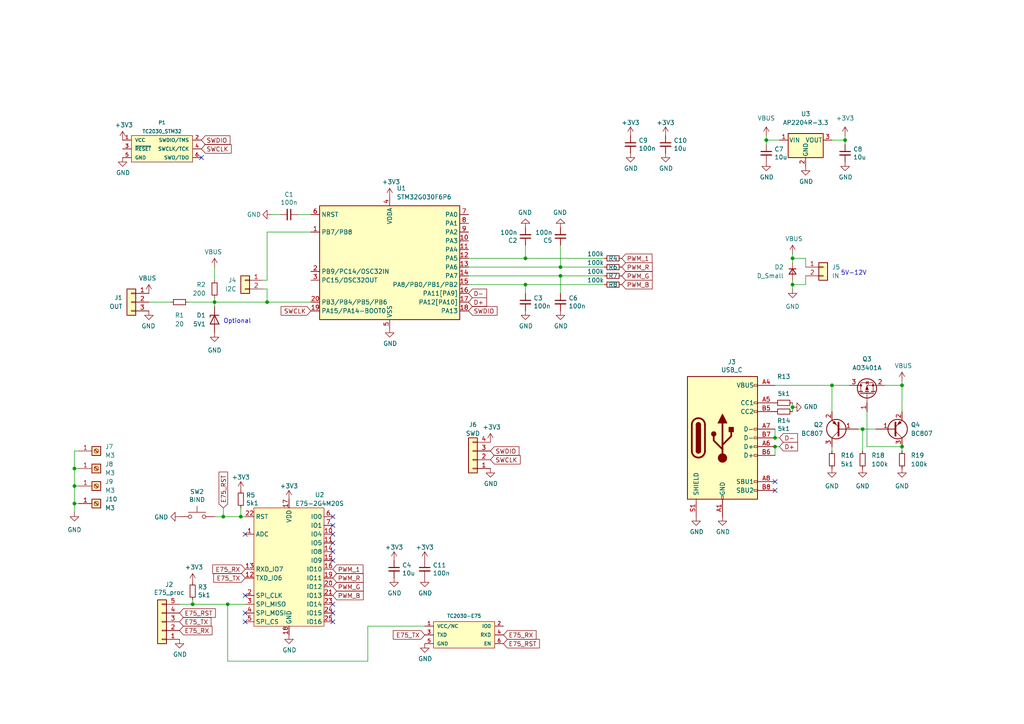
<source format=kicad_sch>
(kicad_sch (version 20211123) (generator eeschema)
  (paper "A4")
  (title_block (title "Philphoc luma") (date "2022-03-24") (rev "v1.0.0") (company "Jana Marie Hemsing"))
  (lib_symbols
    (symbol "Connector:Screw_Terminal_01x01" (pin_names (offset 1.016) hide)
      (property "Reference" "J" (at 0 2.54 0))
      (property "Value" "Screw_Terminal_01x01" (at 0 -2.54 0))
      (symbol "Screw_Terminal_01x01_1_1"
        (rectangle (start -1.27 1.27) (end 1.27 -1.27) (stroke (width 0.254)) (fill (type background)))
        (polyline (pts (xy -0.5334 0.3302) (xy 0.3302 -0.508)) (stroke (width 0.1524)))
        (polyline (pts (xy -0.3556 0.508) (xy 0.508 -0.3302)) (stroke (width 0.1524)))
        (circle (center 0 0) (radius 0.635) (stroke (width 0.1524)))
        (pin passive line (at -5.08 0 0) (length 3.81) (name "Pin_1") (number "1"))
      )
    )
    (symbol "Connector:USB_C_Receptacle_USB2.0" (pin_names (offset 1.016))
      (property "Reference" "J" (at -10.16 19.05 0))
      (property "Value" "USB_C_Receptacle_USB2.0" (at 19.05 19.05 0))
      (symbol "USB_C_Receptacle_USB2.0_0_0"
        (rectangle (start -0.254 -17.78) (end 0.254 -16.764))
        (rectangle (start 10.16 -14.986) (end 9.144 -15.494))
        (rectangle (start 10.16 -12.446) (end 9.144 -12.954))
        (rectangle (start 10.16 -4.826) (end 9.144 -5.334))
        (rectangle (start 10.16 -2.286) (end 9.144 -2.794))
        (rectangle (start 10.16 0.254) (end 9.144 -0.254))
        (rectangle (start 10.16 2.794) (end 9.144 2.286))
        (rectangle (start 10.16 7.874) (end 9.144 7.366))
        (rectangle (start 10.16 10.414) (end 9.144 9.906))
        (rectangle (start 10.16 15.494) (end 9.144 14.986))
      )
      (symbol "USB_C_Receptacle_USB2.0_0_1"
        (rectangle (start -10.16 17.78) (end 10.16 -17.78) (stroke (width 0.254)) (fill (type background)))
        (arc (start -8.89 -3.81) (mid -6.985 -5.715) (end -5.08 -3.81) (stroke (width 0.508)))
        (arc (start -7.62 -3.81) (mid -6.985 -4.445) (end -6.35 -3.81) (stroke (width 0.254)))
        (arc (start -7.62 -3.81) (mid -6.985 -4.445) (end -6.35 -3.81) (stroke (width 0.254)) (fill (type outline)))
        (rectangle (start -7.62 -3.81) (end -6.35 3.81) (stroke (width 0.254)) (fill (type outline)))
        (arc (start -6.35 3.81) (mid -6.985 4.445) (end -7.62 3.81) (stroke (width 0.254)))
        (arc (start -6.35 3.81) (mid -6.985 4.445) (end -7.62 3.81) (stroke (width 0.254)) (fill (type outline)))
        (arc (start -5.08 3.81) (mid -6.985 5.715) (end -8.89 3.81) (stroke (width 0.508)))
        (circle (center -2.54 1.143) (radius 0.635) (stroke (width 0.254)) (fill (type outline)))
        (circle (center 0 -5.842) (radius 1.27) (fill (type outline)))
        (polyline (pts (xy -8.89 -3.81) (xy -8.89 3.81)) (stroke (width 0.508)))
        (polyline (pts (xy -5.08 3.81) (xy -5.08 -3.81)) (stroke (width 0.508)))
        (polyline (pts (xy 0 -5.842) (xy 0 4.318)) (stroke (width 0.508)))
        (polyline (pts (xy 0 -3.302) (xy -2.54 -0.762) (xy -2.54 0.508)) (stroke (width 0.508)))
        (polyline (pts (xy 0 -2.032) (xy 2.54 0.508) (xy 2.54 1.778)) (stroke (width 0.508)))
        (polyline (pts (xy -1.27 4.318) (xy 0 6.858) (xy 1.27 4.318) (xy -1.27 4.318)) (stroke (width 0.254)) (fill (type outline)))
        (rectangle (start 1.905 1.778) (end 3.175 3.048) (stroke (width 0.254)) (fill (type outline)))
      )
      (symbol "USB_C_Receptacle_USB2.0_1_1"
        (pin power_in line (at 0 -22.86 90) (length 5.08) (name "GND") (number "A1"))
        (pin passive line (at 0 -22.86 90) (length 5.08) hide (name "GND") (number "A12"))
        (pin power_in line (at 15.24 15.24 180) (length 5.08) (name "VBUS") (number "A4"))
        (pin bidirectional line (at 15.24 10.16 180) (length 5.08) (name "CC1") (number "A5"))
        (pin bidirectional line (at 15.24 -2.54 180) (length 5.08) (name "D+") (number "A6"))
        (pin bidirectional line (at 15.24 2.54 180) (length 5.08) (name "D-") (number "A7"))
        (pin bidirectional line (at 15.24 -12.7 180) (length 5.08) (name "SBU1") (number "A8"))
        (pin passive line (at 15.24 15.24 180) (length 5.08) hide (name "VBUS") (number "A9"))
        (pin passive line (at 0 -22.86 90) (length 5.08) hide (name "GND") (number "B1"))
        (pin passive line (at 0 -22.86 90) (length 5.08) hide (name "GND") (number "B12"))
        (pin passive line (at 15.24 15.24 180) (length 5.08) hide (name "VBUS") (number "B4"))
        (pin bidirectional line (at 15.24 7.62 180) (length 5.08) (name "CC2") (number "B5"))
        (pin bidirectional line (at 15.24 -5.08 180) (length 5.08) (name "D+") (number "B6"))
        (pin bidirectional line (at 15.24 0 180) (length 5.08) (name "D-") (number "B7"))
        (pin bidirectional line (at 15.24 -15.24 180) (length 5.08) (name "SBU2") (number "B8"))
        (pin passive line (at 15.24 15.24 180) (length 5.08) hide (name "VBUS") (number "B9"))
        (pin passive line (at -7.62 -22.86 90) (length 5.08) (name "SHIELD") (number "S1"))
      )
    )
    (symbol "Connector_Generic:Conn_01x02" (pin_names (offset 1.016) hide)
      (property "Reference" "J" (at 0 2.54 0))
      (property "Value" "Conn_01x02" (at 0 -5.08 0))
      (symbol "Conn_01x02_1_1"
        (rectangle (start -1.27 -2.413) (end 0 -2.667) (stroke (width 0.1524)))
        (rectangle (start -1.27 0.127) (end 0 -0.127) (stroke (width 0.1524)))
        (rectangle (start -1.27 1.27) (end 1.27 -3.81) (stroke (width 0.254)) (fill (type background)))
        (pin passive line (at -5.08 0 0) (length 3.81) (name "Pin_1") (number "1"))
        (pin passive line (at -5.08 -2.54 0) (length 3.81) (name "Pin_2") (number "2"))
      )
    )
    (symbol "Connector_Generic:Conn_01x03" (pin_names (offset 1.016) hide)
      (property "Reference" "J" (at 0 5.08 0))
      (property "Value" "Conn_01x03" (at 0 -5.08 0))
      (symbol "Conn_01x03_1_1"
        (rectangle (start -1.27 -2.413) (end 0 -2.667) (stroke (width 0.1524)))
        (rectangle (start -1.27 0.127) (end 0 -0.127) (stroke (width 0.1524)))
        (rectangle (start -1.27 2.667) (end 0 2.413) (stroke (width 0.1524)))
        (rectangle (start -1.27 3.81) (end 1.27 -3.81) (stroke (width 0.254)) (fill (type background)))
        (pin passive line (at -5.08 2.54 0) (length 3.81) (name "Pin_1") (number "1"))
        (pin passive line (at -5.08 0 0) (length 3.81) (name "Pin_2") (number "2"))
        (pin passive line (at -5.08 -2.54 0) (length 3.81) (name "Pin_3") (number "3"))
      )
    )
    (symbol "Connector_Generic:Conn_01x04" (pin_names (offset 1.016) hide)
      (property "Reference" "J" (at 0 5.08 0))
      (property "Value" "Conn_01x04" (at 0 -7.62 0))
      (symbol "Conn_01x04_1_1"
        (rectangle (start -1.27 -4.953) (end 0 -5.207) (stroke (width 0.1524)))
        (rectangle (start -1.27 -2.413) (end 0 -2.667) (stroke (width 0.1524)))
        (rectangle (start -1.27 0.127) (end 0 -0.127) (stroke (width 0.1524)))
        (rectangle (start -1.27 2.667) (end 0 2.413) (stroke (width 0.1524)))
        (rectangle (start -1.27 3.81) (end 1.27 -6.35) (stroke (width 0.254)) (fill (type background)))
        (pin passive line (at -5.08 2.54 0) (length 3.81) (name "Pin_1") (number "1"))
        (pin passive line (at -5.08 0 0) (length 3.81) (name "Pin_2") (number "2"))
        (pin passive line (at -5.08 -2.54 0) (length 3.81) (name "Pin_3") (number "3"))
        (pin passive line (at -5.08 -5.08 0) (length 3.81) (name "Pin_4") (number "4"))
      )
    )
    (symbol "Connector_Generic:Conn_01x05" (pin_names (offset 1.016) hide)
      (property "Reference" "J" (at 0 7.62 0))
      (property "Value" "Conn_01x05" (at 0 -7.62 0))
      (symbol "Conn_01x05_1_1"
        (rectangle (start -1.27 -4.953) (end 0 -5.207) (stroke (width 0.1524)))
        (rectangle (start -1.27 -2.413) (end 0 -2.667) (stroke (width 0.1524)))
        (rectangle (start -1.27 0.127) (end 0 -0.127) (stroke (width 0.1524)))
        (rectangle (start -1.27 2.667) (end 0 2.413) (stroke (width 0.1524)))
        (rectangle (start -1.27 5.207) (end 0 4.953) (stroke (width 0.1524)))
        (rectangle (start -1.27 6.35) (end 1.27 -6.35) (stroke (width 0.254)) (fill (type background)))
        (pin passive line (at -5.08 5.08 0) (length 3.81) (name "Pin_1") (number "1"))
        (pin passive line (at -5.08 2.54 0) (length 3.81) (name "Pin_2") (number "2"))
        (pin passive line (at -5.08 0 0) (length 3.81) (name "Pin_3") (number "3"))
        (pin passive line (at -5.08 -2.54 0) (length 3.81) (name "Pin_4") (number "4"))
        (pin passive line (at -5.08 -5.08 0) (length 3.81) (name "Pin_5") (number "5"))
      )
    )
    (symbol "Device:C_Small" (pin_numbers hide) (pin_names (offset 0.254) hide)
      (property "Reference" "C" (at 0.254 1.778 0))
      (property "Value" "C_Small" (at 0.254 -2.032 0))
      (symbol "C_Small_0_1"
        (polyline (pts (xy -1.524 -0.508) (xy 1.524 -0.508)) (stroke (width 0.3302)))
        (polyline (pts (xy -1.524 0.508) (xy 1.524 0.508)) (stroke (width 0.3048)))
      )
      (symbol "C_Small_1_1"
        (pin passive line (at 0 2.54 270) (length 2.032) (name "~") (number "1"))
        (pin passive line (at 0 -2.54 90) (length 2.032) (name "~") (number "2"))
      )
    )
    (symbol "Device:D_Small" (pin_numbers hide) (pin_names (offset 0.254) hide)
      (property "Reference" "D" (at -1.27 2.032 0))
      (property "Value" "D_Small" (at -3.81 -2.032 0))
      (symbol "D_Small_0_1"
        (polyline (pts (xy -0.762 -1.016) (xy -0.762 1.016)) (stroke (width 0.254)))
        (polyline (pts (xy -0.762 0) (xy 0.762 0)))
        (polyline (pts (xy 0.762 -1.016) (xy -0.762 0) (xy 0.762 1.016) (xy 0.762 -1.016)) (stroke (width 0.254)))
      )
      (symbol "D_Small_1_1"
        (pin passive line (at -2.54 0 0) (length 1.778) (name "K") (number "1"))
        (pin passive line (at 2.54 0 180) (length 1.778) (name "A") (number "2"))
      )
    )
    (symbol "Device:D_Zener" (pin_numbers hide) (pin_names (offset 1.016) hide)
      (property "Reference" "D" (at 0 2.54 0))
      (property "Value" "D_Zener" (at 0 -2.54 0))
      (symbol "D_Zener_0_1"
        (polyline (pts (xy 1.27 0) (xy -1.27 0)))
        (polyline (pts (xy -1.27 -1.27) (xy -1.27 1.27) (xy -0.762 1.27)) (stroke (width 0.254)))
        (polyline (pts (xy 1.27 -1.27) (xy 1.27 1.27) (xy -1.27 0) (xy 1.27 -1.27)) (stroke (width 0.254)))
      )
      (symbol "D_Zener_1_1"
        (pin passive line (at -3.81 0 0) (length 2.54) (name "K") (number "1"))
        (pin passive line (at 3.81 0 180) (length 2.54) (name "A") (number "2"))
      )
    )
    (symbol "Device:R_Small" (pin_numbers hide) (pin_names (offset 0.254) hide)
      (property "Reference" "R" (at 0.762 0.508 0))
      (property "Value" "R_Small" (at 0.762 -1.016 0))
      (symbol "R_Small_0_1"
        (rectangle (start -0.762 1.778) (end 0.762 -1.778) (stroke (width 0.2032)))
      )
      (symbol "R_Small_1_1"
        (pin passive line (at 0 2.54 270) (length 0.762) (name "~") (number "1"))
        (pin passive line (at 0 -2.54 90) (length 0.762) (name "~") (number "2"))
      )
    )
    (symbol "Regulator_Linear:AP2204R-3.3" (pin_names (offset 0.254))
      (property "Reference" "U" (at -5.08 3.175 0))
      (property "Value" "AP2204R-3.3" (at 0 3.175 0))
      (symbol "AP2204R-3.3_0_1"
        (rectangle (start -5.08 1.905) (end 5.08 -5.08) (stroke (width 0.254)) (fill (type background)))
      )
      (symbol "AP2204R-3.3_1_1"
        (pin power_in line (at -7.62 0 0) (length 2.54) (name "VIN") (number "1"))
        (pin power_in line (at 0 -7.62 90) (length 2.54) (name "GND") (number "2"))
        (pin power_out line (at 7.62 0 180) (length 2.54) (name "VOUT") (number "3"))
      )
    )
    (symbol "Switch:SW_Push" (pin_numbers hide) (pin_names (offset 1.016) hide)
      (property "Reference" "SW" (at 1.27 2.54 0))
      (property "Value" "SW_Push" (at 0 -1.524 0))
      (symbol "SW_Push_0_1"
        (circle (center -2.032 0) (radius 0.508))
        (polyline (pts (xy 0 1.27) (xy 0 3.048)))
        (polyline (pts (xy 2.54 1.27) (xy -2.54 1.27)))
        (circle (center 2.032 0) (radius 0.508))
        (pin passive line (at -5.08 0 0) (length 2.54) (name "1") (number "1"))
        (pin passive line (at 5.08 0 180) (length 2.54) (name "2") (number "2"))
      )
    )
    (symbol "Transistor_BJT:BC807" (pin_names (offset 0) hide)
      (property "Reference" "Q" (at 5.08 1.905 0))
      (property "Value" "BC807" (at 5.08 0 0))
      (symbol "BC807_0_1"
        (polyline (pts (xy 0.635 0.635) (xy 2.54 2.54)))
        (polyline (pts (xy 0.635 -0.635) (xy 2.54 -2.54) (xy 2.54 -2.54)))
        (polyline (pts (xy 0.635 1.905) (xy 0.635 -1.905) (xy 0.635 -1.905)) (stroke (width 0.508)))
        (polyline (pts (xy 2.286 -1.778) (xy 1.778 -2.286) (xy 1.27 -1.27) (xy 2.286 -1.778) (xy 2.286 -1.778)) (fill (type outline)))
        (circle (center 1.27 0) (radius 2.8194) (stroke (width 0.254)))
      )
      (symbol "BC807_1_1"
        (pin input line (at -5.08 0 0) (length 5.715) (name "B") (number "1"))
        (pin passive line (at 2.54 -5.08 90) (length 2.54) (name "E") (number "2"))
        (pin passive line (at 2.54 5.08 270) (length 2.54) (name "C") (number "3"))
      )
    )
    (symbol "Transistor_FET:AO3401A" (pin_names hide)
      (property "Reference" "Q" (at 5.08 1.905 0))
      (property "Value" "AO3401A" (at 5.08 0 0))
      (symbol "AO3401A_0_1"
        (polyline (pts (xy 0.254 0) (xy -2.54 0)))
        (polyline (pts (xy 0.254 1.905) (xy 0.254 -1.905)) (stroke (width 0.254)))
        (polyline (pts (xy 0.762 -1.27) (xy 0.762 -2.286)) (stroke (width 0.254)))
        (polyline (pts (xy 0.762 0.508) (xy 0.762 -0.508)) (stroke (width 0.254)))
        (polyline (pts (xy 0.762 2.286) (xy 0.762 1.27)) (stroke (width 0.254)))
        (polyline (pts (xy 2.54 2.54) (xy 2.54 1.778)))
        (polyline (pts (xy 2.54 -2.54) (xy 2.54 0) (xy 0.762 0)))
        (polyline (pts (xy 0.762 1.778) (xy 3.302 1.778) (xy 3.302 -1.778) (xy 0.762 -1.778)))
        (polyline (pts (xy 2.286 0) (xy 1.27 0.381) (xy 1.27 -0.381) (xy 2.286 0)) (fill (type outline)))
        (polyline (pts (xy 2.794 -0.508) (xy 2.921 -0.381) (xy 3.683 -0.381) (xy 3.81 -0.254)))
        (polyline (pts (xy 3.302 -0.381) (xy 2.921 0.254) (xy 3.683 0.254) (xy 3.302 -0.381)))
        (circle (center 1.651 0) (radius 2.794) (stroke (width 0.254)))
        (circle (center 2.54 -1.778) (radius 0.254) (fill (type outline)))
        (circle (center 2.54 1.778) (radius 0.254) (fill (type outline)))
      )
      (symbol "AO3401A_1_1"
        (pin input line (at -5.08 0 0) (length 2.54) (name "G") (number "1"))
        (pin passive line (at 2.54 -5.08 90) (length 2.54) (name "S") (number "2"))
        (pin passive line (at 2.54 5.08 270) (length 2.54) (name "D") (number "3"))
      )
    )
    (symbol "otter:E75-2G4M20S"
      (property "Reference" "U" (at -7.62 13.97 0))
      (property "Value" "E75-2G4M20S" (at 12.7 23.495 0))
      (symbol "E75-2G4M20S_0_1"
        (rectangle (start -10.16 21.59) (end 10.16 -12.7) (fill (type background)))
      )
      (symbol "E75-2G4M20S_1_1"
        (pin input line (at -12.7 13.97 0) (length 2.54) (name "ADC") (number "1"))
        (pin bidirectional line (at 12.7 13.97 180) (length 2.54) (name "IO4") (number "10"))
        (pin bidirectional line (at 12.7 11.43 180) (length 2.54) (name "IO5") (number "11"))
        (pin bidirectional line (at -12.7 1.27 0) (length 2.54) (name "TXD_IO6") (number "12"))
        (pin bidirectional line (at -12.7 3.81 0) (length 2.54) (name "RXD_IO7") (number "13"))
        (pin bidirectional line (at 12.7 8.89 180) (length 2.54) (name "IO8") (number "14"))
        (pin bidirectional line (at 12.7 6.35 180) (length 2.54) (name "IO9") (number "15"))
        (pin bidirectional line (at 12.7 3.81 180) (length 2.54) (name "IO10") (number "16"))
        (pin power_in line (at 0 24.13 270) (length 2.54) (name "VDD") (number "17"))
        (pin power_in line (at 0 -15.24 90) (length 2.54) (name "GND") (number "18"))
        (pin bidirectional line (at 12.7 1.27 180) (length 2.54) (name "IO11") (number "19"))
        (pin bidirectional line (at -12.7 -3.81 0) (length 2.54) (name "SPI_CLK") (number "2"))
        (pin bidirectional line (at 12.7 -1.27 180) (length 2.54) (name "IO12") (number "20"))
        (pin bidirectional line (at 12.7 -3.81 180) (length 2.54) (name "IO13") (number "21"))
        (pin input line (at -12.7 19.05 0) (length 2.54) (name "RST") (number "22"))
        (pin bidirectional line (at 12.7 -6.35 180) (length 2.54) (name "IO14") (number "23"))
        (pin bidirectional line (at 12.7 -8.89 180) (length 2.54) (name "IO15") (number "24"))
        (pin bidirectional line (at 12.7 -11.43 180) (length 2.54) (name "IO16") (number "25"))
        (pin bidirectional line (at -12.7 -6.35 0) (length 2.54) (name "SPI_MISO") (number "3"))
        (pin bidirectional line (at -12.7 -8.89 0) (length 2.54) (name "SPI_MOSI") (number "4"))
        (pin bidirectional line (at -12.7 -11.43 0) (length 2.54) (name "SPI_CS") (number "5"))
        (pin bidirectional line (at 12.7 19.05 180) (length 2.54) (name "IO0") (number "6"))
        (pin bidirectional line (at 12.7 16.51 180) (length 2.54) (name "IO1") (number "7"))
        (pin bidirectional line (at 9.525 -29.845 180) (length 2.54) hide (name "NC") (number "8"))
        (pin bidirectional line (at 9.525 -32.385 180) (length 2.54) hide (name "NC") (number "9"))
      )
    )
    (symbol "otter:GND" (power) (pin_names (offset 0))
      (property "Value" "GND" (at 0 -3.81 0))
      (symbol "GND_0_1"
        (polyline (pts (xy 0 0) (xy 0 -1.27) (xy 1.27 -1.27) (xy 0 -2.54) (xy -1.27 -1.27) (xy 0 -1.27)))
      )
      (symbol "GND_1_1"
        (pin power_in line (at 0 0 270) (length 0) hide (name "GND") (number "1"))
      )
    )
    (symbol "otter:STM32G030F6P6"
      (property "Reference" "U" (at -11.43 19.05 0))
      (property "Value" "STM32G030F6P6" (at -11.43 16.51 0))
      (symbol "STM32G030F6P6_0_1"
        (rectangle (start -20.32 15.24) (end 20.32 -17.78) (stroke (width 0.254)) (fill (type background)))
      )
      (symbol "STM32G030F6P6_1_1"
        (pin input line (at -22.86 7.62 0) (length 2.54) (name "PB7/PB8") (number "1"))
        (pin bidirectional line (at 22.86 5.08 180) (length 2.54) (name "PA3") (number "10"))
        (pin bidirectional line (at 22.86 2.54 180) (length 2.54) (name "PA4") (number "11"))
        (pin bidirectional line (at 22.86 0 180) (length 2.54) (name "PA5") (number "12"))
        (pin bidirectional line (at 22.86 -2.54 180) (length 2.54) (name "PA6") (number "13"))
        (pin bidirectional line (at 22.86 -5.08 180) (length 2.54) (name "PA7") (number "14"))
        (pin bidirectional line (at 22.86 -7.62 180) (length 2.54) (name "PA8/PB0/PB1/PB2") (number "15"))
        (pin bidirectional line (at 22.86 -10.16 180) (length 2.54) (name "PA11[PA9]") (number "16"))
        (pin bidirectional line (at 22.86 -12.7 180) (length 2.54) (name "PA12[PA10]") (number "17"))
        (pin bidirectional line (at 22.86 -15.24 180) (length 2.54) (name "PA13") (number "18"))
        (pin bidirectional line (at -22.86 -15.24 0) (length 2.54) (name "PA15/PA14-BOOT0") (number "19"))
        (pin input line (at -22.86 -3.81 0) (length 2.54) (name "PB9/PC14/OSC32IN") (number "2"))
        (pin bidirectional line (at -22.86 -12.7 0) (length 2.54) (name "PB3/PB4/PB5/PB6") (number "20"))
        (pin input line (at -22.86 -6.35 0) (length 2.54) (name "PC15/OSC32OUT") (number "3"))
        (pin power_in line (at 0 17.78 270) (length 2.54) (name "VDDA") (number "4"))
        (pin power_in line (at 0 -20.32 90) (length 2.54) (name "VSS") (number "5"))
        (pin input line (at -22.86 12.7 0) (length 2.54) (name "NRST") (number "6"))
        (pin bidirectional line (at 22.86 12.7 180) (length 2.54) (name "PA0") (number "7"))
        (pin bidirectional line (at 22.86 10.16 180) (length 2.54) (name "PA1") (number "8"))
        (pin bidirectional line (at 22.86 7.62 180) (length 2.54) (name "PA2") (number "9"))
      )
    )
    (symbol "otter:TC2030-CTX-Tag-Connect" (pin_names (offset 1.016))
      (property "Reference" "P" (at -1.27 -5.08 0))
      (property "Value" "TC2030-CTX-Tag-Connect" (at 0 5.08 0))
      (symbol "TC2030-CTX-Tag-Connect_0_1"
        (rectangle (start 8.89 3.81) (end -8.89 -3.81) (fill (type background)))
      )
      (symbol "TC2030-CTX-Tag-Connect_1_1"
        (pin passive line (at -11.43 2.54 0) (length 2.54) (name "VCC") (number "1"))
        (pin passive line (at 11.43 2.54 180) (length 2.54) (name "SWDIO/TMS") (number "2"))
        (pin passive line (at -11.43 0 0) (length 2.54) (name "~{RESET}") (number "3"))
        (pin passive line (at 11.43 0 180) (length 2.54) (name "SWCLK/TCK") (number "4"))
        (pin passive line (at -11.43 -2.54 0) (length 2.54) (name "GND") (number "5"))
        (pin passive line (at 11.43 -2.54 180) (length 2.54) (name "SWO/TDO") (number "6"))
      )
    )
    (symbol "otter:TC2030-CTX-Tag-Connect-ESP32" (pin_names (offset 1.016))
      (property "Value" "TC2030-CTX-Tag-Connect-ESP32" (at 0 5.08 0))
      (symbol "TC2030-CTX-Tag-Connect-ESP32_0_1"
        (rectangle (start 8.89 3.81) (end -8.89 -3.81) (fill (type background)))
      )
      (symbol "TC2030-CTX-Tag-Connect-ESP32_1_1"
        (pin passive line (at -11.43 2.54 0) (length 2.54) (name "VCC/NC") (number "1"))
        (pin passive line (at 11.43 2.54 180) (length 2.54) (name "IO0") (number "2"))
        (pin passive line (at -11.43 0 0) (length 2.54) (name "TXD") (number "3"))
        (pin passive line (at 11.43 0 180) (length 2.54) (name "RXD") (number "4"))
        (pin passive line (at -11.43 -2.54 0) (length 2.54) (name "GND") (number "5"))
        (pin passive line (at 11.43 -2.54 180) (length 2.54) (name "EN") (number "6"))
      )
    )
    (symbol "power:+3.3V" (power) (pin_names (offset 0))
      (property "Value" "+3.3V" (at 0 3.556 0))
      (symbol "+3.3V_0_1"
        (polyline (pts (xy -0.762 1.27) (xy 0 2.54)))
        (polyline (pts (xy 0 0) (xy 0 2.54)))
        (polyline (pts (xy 0 2.54) (xy 0.762 1.27)))
      )
      (symbol "+3.3V_1_1"
        (pin power_in line (at 0 0 90) (length 0) hide (name "+3V3") (number "1"))
      )
    )
    (symbol "power:+3V3" (power) (pin_names (offset 0))
      (property "Value" "+3V3" (at 0 3.556 0))
      (symbol "+3V3_0_1"
        (polyline (pts (xy -0.762 1.27) (xy 0 2.54)))
        (polyline (pts (xy 0 0) (xy 0 2.54)))
        (polyline (pts (xy 0 2.54) (xy 0.762 1.27)))
      )
      (symbol "+3V3_1_1"
        (pin power_in line (at 0 0 90) (length 0) hide (name "+3V3") (number "1"))
      )
    )
    (symbol "power:GND" (power) (pin_names (offset 0))
      (property "Value" "GND" (at 0 -3.81 0))
      (symbol "GND_0_1"
        (polyline (pts (xy 0 0) (xy 0 -1.27) (xy 1.27 -1.27) (xy 0 -2.54) (xy -1.27 -1.27) (xy 0 -1.27)))
      )
      (symbol "GND_1_1"
        (pin power_in line (at 0 0 270) (length 0) hide (name "GND") (number "1"))
      )
    )
    (symbol "power:VBUS" (power) (pin_names (offset 0))
      (property "Value" "VBUS" (at 0 3.81 0))
      (symbol "VBUS_0_1"
        (polyline (pts (xy -0.762 1.27) (xy 0 2.54)))
        (polyline (pts (xy 0 0) (xy 0 2.54)))
        (polyline (pts (xy 0 2.54) (xy 0.762 1.27)))
      )
      (symbol "VBUS_1_1"
        (pin power_in line (at 0 0 90) (length 0) hide (name "VBUS") (number "1"))
      )
    )
  )
  (junction (at 261.62 129.54))
  (junction (at 229.87 118.11))
  (junction (at 162.56 80.01))
  (junction (at 162.56 77.47))
  (junction (at 21.59 146.05))
  (junction (at 64.77 149.86))
  (junction (at 69.85 149.86))
  (junction (at 66.04 175.26))
  (junction (at 229.87 74.93))
  (junction (at 55.88 175.26))
  (junction (at 62.23 87.63))
  (junction (at 21.59 135.89))
  (junction (at 261.62 111.76))
  (junction (at 229.87 82.55))
  (junction (at 152.4 74.93))
  (junction (at 224.79 127))
  (junction (at 222.25 40.64))
  (junction (at 241.3 111.76))
  (junction (at 245.11 40.64))
  (junction (at 224.79 129.54))
  (junction (at 77.47 87.63))
  (junction (at 21.59 140.97))
  (junction (at 250.19 124.46))
  (junction (at 152.4 82.55))
  (no_connect (at 71.12 180.34))
  (no_connect (at 96.52 154.94))
  (no_connect (at 224.79 142.24))
  (no_connect (at 96.52 175.26))
  (no_connect (at 71.12 172.72))
  (no_connect (at 71.12 154.94))
  (no_connect (at 96.52 162.56))
  (no_connect (at 58.42 45.72))
  (no_connect (at 96.52 149.86))
  (no_connect (at 71.12 177.8))
  (no_connect (at 96.52 160.02))
  (no_connect (at 96.52 152.4))
  (no_connect (at 96.52 157.48))
  (no_connect (at 96.52 180.34))
  (no_connect (at 96.52 177.8))
  (no_connect (at 224.79 139.7))
  (wire (pts (xy 76.2 83.82) (xy 77.47 83.82)))
  (wire (pts (xy 261.62 111.76) (xy 261.62 119.38)))
  (wire (pts (xy 256.54 111.76) (xy 261.62 111.76)))
  (wire (pts (xy 135.89 77.47) (xy 162.56 77.47)))
  (wire (pts (xy 224.79 111.76) (xy 241.3 111.76)))
  (wire (pts (xy 229.87 74.93) (xy 229.87 76.2)))
  (wire (pts (xy 229.87 74.93) (xy 233.68 74.93)))
  (wire (pts (xy 62.23 77.47) (xy 62.23 81.28)))
  (wire (pts (xy 77.47 87.63) (xy 62.23 87.63)))
  (wire (pts (xy 224.79 129.54) (xy 226.06 129.54)))
  (wire (pts (xy 86.36 62.23) (xy 90.17 62.23)))
  (wire (pts (xy 55.88 173.99) (xy 55.88 175.26)))
  (wire (pts (xy 222.25 39.37) (xy 222.25 40.64)))
  (wire (pts (xy 62.23 86.36) (xy 62.23 87.63)))
  (wire (pts (xy 229.87 119.38) (xy 229.87 118.11)))
  (wire (pts (xy 78.74 62.23) (xy 81.28 62.23)))
  (wire (pts (xy 54.61 87.63) (xy 62.23 87.63)))
  (wire (pts (xy 55.88 175.26) (xy 66.04 175.26)))
  (wire (pts (xy 76.2 81.28) (xy 77.47 81.28)))
  (wire (pts (xy 69.85 149.86) (xy 71.12 149.86)))
  (wire (pts (xy 241.3 129.54) (xy 241.3 130.81)))
  (wire (pts (xy 261.62 129.54) (xy 261.62 130.81)))
  (wire (pts (xy 233.68 77.47) (xy 233.68 74.93)))
  (wire (pts (xy 224.79 127) (xy 226.06 127)))
  (wire (pts (xy 261.62 110.49) (xy 261.62 111.76)))
  (wire (pts (xy 152.4 74.93) (xy 175.26 74.93)))
  (wire (pts (xy 250.19 124.46) (xy 250.19 130.81)))
  (wire (pts (xy 224.79 129.54) (xy 224.79 132.08)))
  (wire (pts (xy 49.53 87.63) (xy 43.18 87.63)))
  (wire (pts (xy 77.47 83.82) (xy 77.47 87.63)))
  (wire (pts (xy 162.56 85.09) (xy 162.56 80.01)))
  (wire (pts (xy 229.87 73.66) (xy 229.87 74.93)))
  (wire (pts (xy 106.68 191.77) (xy 106.68 181.61)))
  (wire (pts (xy 246.38 111.76) (xy 241.3 111.76)))
  (wire (pts (xy 250.19 124.46) (xy 254 124.46)))
  (wire (pts (xy 162.56 80.01) (xy 175.26 80.01)))
  (wire (pts (xy 52.07 175.26) (xy 55.88 175.26)))
  (wire (pts (xy 21.59 146.05) (xy 21.59 148.59)))
  (wire (pts (xy 90.17 67.31) (xy 77.47 67.31)))
  (wire (pts (xy 152.4 85.09) (xy 152.4 82.55)))
  (wire (pts (xy 21.59 130.81) (xy 22.86 130.81)))
  (wire (pts (xy 152.4 71.12) (xy 152.4 74.93)))
  (wire (pts (xy 229.87 82.55) (xy 229.87 83.82)))
  (wire (pts (xy 77.47 67.31) (xy 77.47 81.28)))
  (wire (pts (xy 21.59 140.97) (xy 21.59 135.89)))
  (wire (pts (xy 245.11 41.91) (xy 245.11 40.64)))
  (wire (pts (xy 21.59 140.97) (xy 22.86 140.97)))
  (wire (pts (xy 251.46 129.54) (xy 261.62 129.54)))
  (wire (pts (xy 245.11 39.37) (xy 245.11 40.64)))
  (wire (pts (xy 248.92 124.46) (xy 250.19 124.46)))
  (wire (pts (xy 77.47 87.63) (xy 90.17 87.63)))
  (wire (pts (xy 233.68 80.01) (xy 233.68 82.55)))
  (wire (pts (xy 241.3 111.76) (xy 241.3 119.38)))
  (wire (pts (xy 135.89 74.93) (xy 152.4 74.93)))
  (wire (pts (xy 69.85 147.32) (xy 69.85 149.86)))
  (wire (pts (xy 162.56 71.12) (xy 162.56 77.47)))
  (wire (pts (xy 229.87 81.28) (xy 229.87 82.55)))
  (wire (pts (xy 62.23 87.63) (xy 62.23 88.9)))
  (wire (pts (xy 66.04 191.77) (xy 106.68 191.77)))
  (wire (pts (xy 229.87 82.55) (xy 233.68 82.55)))
  (wire (pts (xy 64.77 149.86) (xy 69.85 149.86)))
  (wire (pts (xy 222.25 40.64) (xy 222.25 41.91)))
  (wire (pts (xy 106.68 181.61) (xy 123.19 181.61)))
  (wire (pts (xy 229.87 118.11) (xy 229.87 116.84)))
  (wire (pts (xy 66.04 175.26) (xy 66.04 191.77)))
  (wire (pts (xy 64.77 147.32) (xy 64.77 149.86)))
  (wire (pts (xy 66.04 175.26) (xy 71.12 175.26)))
  (wire (pts (xy 162.56 77.47) (xy 175.26 77.47)))
  (wire (pts (xy 135.89 80.01) (xy 162.56 80.01)))
  (wire (pts (xy 21.59 135.89) (xy 22.86 135.89)))
  (wire (pts (xy 251.46 119.38) (xy 251.46 129.54)))
  (wire (pts (xy 135.89 82.55) (xy 152.4 82.55)))
  (wire (pts (xy 224.79 124.46) (xy 224.79 127)))
  (wire (pts (xy 22.86 146.05) (xy 21.59 146.05)))
  (wire (pts (xy 62.23 149.86) (xy 64.77 149.86)))
  (wire (pts (xy 152.4 82.55) (xy 175.26 82.55)))
  (wire (pts (xy 21.59 135.89) (xy 21.59 130.81)))
  (wire (pts (xy 245.11 40.64) (xy 241.3 40.64)))
  (wire (pts (xy 226.06 40.64) (xy 222.25 40.64)))
  (wire (pts (xy 21.59 146.05) (xy 21.59 140.97)))
  (text "Optional" (at 64.77 93.98 0) (effects (font (size 1.27 1.27)) (justify left bottom)))
  (text "5V-12V\n" (at 243.84 80.01 0) (effects (font (size 1.27 1.27)) (justify left bottom)))
  (global_label "D-" (shape input) (at 135.89 85.09 0) (property "Intersheet References" "${INTERSHEET_REFS}" (effects hide)))
  (global_label "PWM_B" (shape input) (at 96.52 172.72 0) (property "Intersheet References" "${INTERSHEET_REFS}" (effects hide)))
  (global_label "E75_TX" (shape input) (at 71.12 167.64 180) (property "Intersheet References" "${INTERSHEET_REFS}" (effects hide)))
  (global_label "E75_RST" (shape input) (at 64.77 147.32 90) (property "Intersheet References" "${INTERSHEET_REFS}" (effects hide)))
  (global_label "SWDIO" (shape input) (at 58.42 40.64 0) (property "Intersheet References" "${INTERSHEET_REFS}" (effects hide)))
  (global_label "SWCLK" (shape input) (at 142.24 133.35 0) (property "Intersheet References" "${INTERSHEET_REFS}" (effects hide)))
  (global_label "SWDIO" (shape input) (at 135.89 90.17 0) (property "Intersheet References" "${INTERSHEET_REFS}" (effects hide)))
  (global_label "PWM_B" (shape input) (at 180.34 82.55 0) (property "Intersheet References" "${INTERSHEET_REFS}" (effects hide)))
  (global_label "PWM_1" (shape input) (at 96.52 165.1 0) (property "Intersheet References" "${INTERSHEET_REFS}" (effects hide)))
  (global_label "PWM_G" (shape input) (at 96.52 170.18 0) (property "Intersheet References" "${INTERSHEET_REFS}" (effects hide)))
  (global_label "PWM_R" (shape input) (at 180.34 77.47 0) (property "Intersheet References" "${INTERSHEET_REFS}" (effects hide)))
  (global_label "E75_RX" (shape input) (at 146.05 184.15 0) (property "Intersheet References" "${INTERSHEET_REFS}" (effects hide)))
  (global_label "D+" (shape input) (at 135.89 87.63 0) (property "Intersheet References" "${INTERSHEET_REFS}" (effects hide)))
  (global_label "PWM_1" (shape input) (at 180.34 74.93 0) (property "Intersheet References" "${INTERSHEET_REFS}" (effects hide)))
  (global_label "D+" (shape input) (at 226.06 129.54 0) (property "Intersheet References" "${INTERSHEET_REFS}" (effects hide)))
  (global_label "SWDIO" (shape input) (at 142.24 130.81 0) (property "Intersheet References" "${INTERSHEET_REFS}" (effects hide)))
  (global_label "SWCLK" (shape input) (at 58.42 43.18 0) (property "Intersheet References" "${INTERSHEET_REFS}" (effects hide)))
  (global_label "SWCLK" (shape input) (at 90.17 90.17 180) (property "Intersheet References" "${INTERSHEET_REFS}" (effects hide)))
  (global_label "E75_TX" (shape input) (at 123.19 184.15 180) (property "Intersheet References" "${INTERSHEET_REFS}" (effects hide)))
  (global_label "E75_RST" (shape input) (at 146.05 186.69 0) (property "Intersheet References" "${INTERSHEET_REFS}" (effects hide)))
  (global_label "E75_TX" (shape input) (at 52.07 180.34 0) (property "Intersheet References" "${INTERSHEET_REFS}" (effects hide)))
  (global_label "E75_RX" (shape input) (at 71.12 165.1 180) (property "Intersheet References" "${INTERSHEET_REFS}" (effects hide)))
  (global_label "E75_RX" (shape input) (at 52.07 182.88 0) (property "Intersheet References" "${INTERSHEET_REFS}" (effects hide)))
  (global_label "PWM_G" (shape input) (at 180.34 80.01 0) (property "Intersheet References" "${INTERSHEET_REFS}" (effects hide)))
  (global_label "PWM_R" (shape input) (at 96.52 167.64 0) (property "Intersheet References" "${INTERSHEET_REFS}" (effects hide)))
  (global_label "E75_RST" (shape input) (at 52.07 177.8 0) (property "Intersheet References" "${INTERSHEET_REFS}" (effects hide)))
  (global_label "D-" (shape input) (at 226.06 127 0) (property "Intersheet References" "${INTERSHEET_REFS}" (effects hide)))
  (symbol (lib_id "otter:E75-2G4M20S") (at 83.82 168.91 0) (unit 1)
    (property "Reference" "U2" (at 92.71 143.51 0))
    (property "Value" "E75-2G4M20S" (at 92.71 146.05 0))
    (property "Footprint" "otter:E75-2G4M10S" (effects hide))
  )
  (symbol (lib_id "otter:GND") (at 83.82 184.15 0) (unit 1)
    (property "Reference" "#PWR0101" (effects hide))
    (property "Value" "GND" (at 83.947 188.5442 0))
  )
  (symbol (lib_id "Device:R_Small") (at 69.85 144.78 0) (unit 1)
    (property "Reference" "R5" (at 71.3486 143.6116 0) (effects (justify left)))
    (property "Value" "5k1" (at 71.3486 145.923 0) (effects (justify left)))
    (property "Footprint" "otter:R_0402" (effects hide))
  )
  (symbol (lib_id "power:+3V3") (at 69.85 142.24 0) (unit 1)
    (property "Reference" "#PWR0102" (effects hide))
    (property "Value" "+3V3" (at 69.85 138.43 0))
  )
  (symbol (lib_id "power:+3V3") (at 83.82 144.78 0) (unit 1)
    (property "Reference" "#PWR0103" (effects hide))
    (property "Value" "+3V3" (at 83.82 140.97 0))
  )
  (symbol (lib_id "Device:R_Small") (at 55.88 171.45 0) (unit 1)
    (property "Reference" "R3" (at 57.3786 170.2816 0) (effects (justify left)))
    (property "Value" "5k1" (at 57.3786 172.593 0) (effects (justify left)))
    (property "Footprint" "otter:R_0402" (effects hide))
  )
  (symbol (lib_id "power:+3V3") (at 55.88 168.91 0) (unit 1)
    (property "Reference" "#PWR0104" (effects hide))
    (property "Value" "+3V3" (at 56.261 164.5158 0))
  )
  (symbol (lib_id "Connector_Generic:Conn_01x05") (at 46.99 180.34 180) (unit 1)
    (property "Reference" "J2" (at 49.0728 169.545 0))
    (property "Value" "E75_proc" (at 49.0728 171.8564 0))
    (property "Footprint" "Connector_PinHeader_2.54mm:PinHeader_1x05_P2.54mm_Vertical" (effects hide))
  )
  (symbol (lib_id "otter:GND") (at 52.07 185.42 0) (unit 1)
    (property "Reference" "#PWR0105" (effects hide))
    (property "Value" "GND" (at 52.197 189.8142 0))
  )
  (symbol (lib_id "Device:C_Small") (at 114.3 165.1 0) (unit 1)
    (property "Reference" "C4" (at 116.6368 163.9316 0) (effects (justify left)))
    (property "Value" "10u" (at 116.6368 166.243 0) (effects (justify left)))
    (property "Footprint" "otter:C_0603" (effects hide))
  )
  (symbol (lib_id "power:+3V3") (at 114.3 162.56 0) (unit 1)
    (property "Reference" "#PWR0106" (effects hide))
    (property "Value" "+3V3" (at 114.3 158.75 0))
  )
  (symbol (lib_id "otter:GND") (at 114.3 167.64 0) (unit 1)
    (property "Reference" "#PWR0107" (effects hide))
    (property "Value" "GND" (at 114.427 172.0342 0))
  )
  (symbol (lib_id "Switch:SW_Push") (at 57.15 149.86 0) (unit 1)
    (property "Reference" "SW2" (at 57.15 142.621 0))
    (property "Value" "BIND" (at 57.15 144.9324 0))
    (property "Footprint" "Button_Switch_SMD:SW_SPST_PTS810" (effects hide))
  )
  (symbol (lib_id "otter:GND") (at 52.07 149.86 270) (unit 1)
    (property "Reference" "#PWR0153" (effects hide))
    (property "Value" "GND" (at 48.8188 149.987 90) (effects (justify right)))
  )
  (symbol (lib_id "otter:TC2030-CTX-Tag-Connect-ESP32") (at 134.62 184.15 0) (unit 1)
    (property "Reference" "P2" (effects hide))
    (property "Value" "TC2030-E75" (at 134.62 178.6636 0) (effects (font (size 1.016 1.016))))
    (property "Footprint" "otter:TC2030" (effects hide))
  )
  (symbol (lib_id "otter:GND") (at 123.19 186.69 0) (unit 1)
    (property "Reference" "#PWR0119" (effects hide))
    (property "Value" "GND" (at 123.317 191.0842 0))
  )
  (symbol (lib_id "Connector:USB_C_Receptacle_USB2.0") (at 209.55 127 0) (unit 1)
    (property "Reference" "J3" (at 212.2678 104.9782 0))
    (property "Value" "USB_C" (at 212.2678 107.2896 0))
    (property "Footprint" "otter:USB-C 16Pin" (effects hide))
    (property "Datasheet" "https://www.usb.org/sites/default/files/documents/usb_type-c.zip" (effects hide))
  )
  (symbol (lib_id "otter:GND") (at 201.93 149.86 0) (unit 1)
    (property "Reference" "#PWR0124" (effects hide))
    (property "Value" "GND" (at 202.057 154.2542 0))
  )
  (symbol (lib_id "otter:GND") (at 209.55 149.86 0) (unit 1)
    (property "Reference" "#PWR0125" (effects hide))
    (property "Value" "GND" (at 209.677 154.2542 0))
  )
  (symbol (lib_id "power:VBUS") (at 261.62 110.49 0) (unit 1)
    (property "Reference" "#PWR0126" (effects hide))
    (property "Value" "VBUS" (at 262.001 106.0958 0))
  )
  (symbol (lib_id "Device:R_Small") (at 227.33 116.84 90) (unit 1)
    (property "Reference" "R13" (at 227.33 109.22 90))
    (property "Value" "5k1" (at 227.33 114.173 90))
    (property "Footprint" "otter:R_0402" (effects hide))
  )
  (symbol (lib_id "Device:R_Small") (at 227.33 119.38 90) (unit 1)
    (property "Reference" "R14" (at 227.33 122.0216 90))
    (property "Value" "5k1" (at 227.33 124.333 90))
    (property "Footprint" "otter:R_0402" (effects hide))
  )
  (symbol (lib_id "otter:GND") (at 229.87 118.11 90) (unit 1)
    (property "Reference" "#PWR0127" (effects hide))
    (property "Value" "GND" (at 233.1212 117.983 90) (effects (justify right)))
  )
  (symbol (lib_id "Device:C_Small") (at 245.11 44.45 0) (unit 1)
    (property "Reference" "C8" (at 247.4468 43.2816 0) (effects (justify left)))
    (property "Value" "10u" (at 247.4468 45.593 0) (effects (justify left)))
    (property "Footprint" "otter:C_0603" (effects hide))
  )
  (symbol (lib_id "otter:GND") (at 245.11 46.99 0) (unit 1)
    (property "Reference" "#PWR0128" (effects hide))
    (property "Value" "GND" (at 245.237 51.3842 0))
  )
  (symbol (lib_id "Device:C_Small") (at 222.25 44.45 0) (unit 1)
    (property "Reference" "C7" (at 224.5868 43.2816 0) (effects (justify left)))
    (property "Value" "10u" (at 224.5868 45.593 0) (effects (justify left)))
    (property "Footprint" "otter:C_0603" (effects hide))
  )
  (symbol (lib_id "otter:GND") (at 222.25 46.99 0) (unit 1)
    (property "Reference" "#PWR0129" (effects hide))
    (property "Value" "GND" (at 222.377 51.3842 0))
  )
  (symbol (lib_id "otter:GND") (at 233.68 48.26 0) (unit 1)
    (property "Reference" "#PWR0130" (effects hide))
    (property "Value" "GND" (at 233.807 52.6542 0))
  )
  (symbol (lib_id "power:VBUS") (at 222.25 39.37 0) (unit 1)
    (property "Reference" "#PWR0131" (effects hide))
    (property "Value" "VBUS" (at 222.25 34.29 0))
  )
  (symbol (lib_id "power:+3V3") (at 245.11 39.37 0) (unit 1)
    (property "Reference" "#PWR0132" (effects hide))
    (property "Value" "+3V3" (at 245.11 34.29 0))
  )
  (symbol (lib_id "Device:C_Small") (at 193.04 41.91 0) (unit 1)
    (property "Reference" "C10" (at 195.3768 40.7416 0) (effects (justify left)))
    (property "Value" "10u" (at 195.3768 43.053 0) (effects (justify left)))
    (property "Footprint" "otter:C_0603" (effects hide))
  )
  (symbol (lib_id "power:+3V3") (at 193.04 39.37 0) (unit 1)
    (property "Reference" "#PWR0133" (effects hide))
    (property "Value" "+3V3" (at 193.04 35.56 0))
  )
  (symbol (lib_id "otter:GND") (at 193.04 44.45 0) (unit 1)
    (property "Reference" "#PWR0134" (effects hide))
    (property "Value" "GND" (at 193.167 48.8442 0))
  )
  (symbol (lib_id "Device:C_Small") (at 123.19 165.1 0) (unit 1)
    (property "Reference" "C11" (at 125.5268 163.9316 0) (effects (justify left)))
    (property "Value" "100n" (at 125.5268 166.243 0) (effects (justify left)))
    (property "Footprint" "otter:C_0402" (effects hide))
  )
  (symbol (lib_id "otter:GND") (at 123.19 167.64 0) (unit 1)
    (property "Reference" "#PWR0135" (effects hide))
    (property "Value" "GND" (at 123.317 172.0342 0))
  )
  (symbol (lib_id "power:+3V3") (at 123.19 162.56 0) (unit 1)
    (property "Reference" "#PWR0136" (effects hide))
    (property "Value" "+3V3" (at 123.19 158.75 0))
  )
  (symbol (lib_id "Device:C_Small") (at 182.88 41.91 0) (unit 1)
    (property "Reference" "C9" (at 185.2168 40.7416 0) (effects (justify left)))
    (property "Value" "100n" (at 185.2168 43.053 0) (effects (justify left)))
    (property "Footprint" "otter:C_0402" (effects hide))
  )
  (symbol (lib_id "otter:GND") (at 182.88 44.45 0) (unit 1)
    (property "Reference" "#PWR0137" (effects hide))
    (property "Value" "GND" (at 183.007 48.8442 0))
  )
  (symbol (lib_id "power:+3V3") (at 182.88 39.37 0) (unit 1)
    (property "Reference" "#PWR0138" (effects hide))
    (property "Value" "+3V3" (at 182.88 35.56 0))
  )
  (symbol (lib_id "power:GND") (at 241.3 135.89 0) (unit 1)
    (property "Reference" "#PWR0120" (effects hide))
    (property "Value" "GND" (at 241.3 140.97 0))
  )
  (symbol (lib_id "otter:GND") (at 21.59 148.59 0) (unit 1)
    (property "Reference" "#PWR0148" (effects hide))
    (property "Value" "GND" (at 21.59 153.67 0))
  )
  (symbol (lib_id "Connector_Generic:Conn_01x02") (at 71.12 81.28 0) (mirror y) (unit 1)
    (property "Reference" "J4" (at 68.58 81.2799 0) (effects (justify left)))
    (property "Value" "I2C" (at 68.58 83.8199 0) (effects (justify left)))
    (property "Footprint" "otter:PinHeader_1x02_P2.54mm_Vertical" (effects hide))
  )
  (symbol (lib_id "otter:STM32G030F6P6") (at 113.03 74.93 0) (unit 1)
    (property "Reference" "U1" (at 115.0494 54.61 0) (effects (justify left)))
    (property "Value" "STM32G030F6P6" (at 115.0494 57.15 0) (effects (justify left)))
    (property "Footprint" "Package_SO:TSSOP-20_4.4x6.5mm_P0.65mm" (effects hide))
  )
  (symbol (lib_id "otter:GND") (at 152.4 90.17 0) (unit 1)
    (property "Reference" "#PWR0117" (effects hide))
    (property "Value" "GND" (at 152.527 94.5642 0))
  )
  (symbol (lib_id "power:VBUS") (at 43.18 85.09 0) (mirror y) (unit 1)
    (property "Reference" "#PWR0113" (effects hide))
    (property "Value" "VBUS" (at 42.799 80.6958 0))
  )
  (symbol (lib_id "power:VBUS") (at 229.87 73.66 0) (unit 1)
    (property "Reference" "#PWR0141" (effects hide))
    (property "Value" "VBUS" (at 230.251 69.2658 0))
  )
  (symbol (lib_id "otter:GND") (at 142.24 135.89 0) (unit 1)
    (property "Reference" "#PWR0142" (effects hide))
    (property "Value" "GND" (at 142.367 140.2842 0))
  )
  (symbol (lib_id "Device:R_Small") (at 177.8 74.93 90) (unit 1)
    (property "Reference" "R4" (at 177.8 74.93 90))
    (property "Value" "100k" (at 172.72 73.66 90))
    (property "Footprint" "otter:R_0402" (effects hide))
  )
  (symbol (lib_id "Connector_Generic:Conn_01x02") (at 238.76 77.47 0) (unit 1)
    (property "Reference" "J5" (at 241.3 77.4699 0) (effects (justify left)))
    (property "Value" "IN" (at 241.3 80.0099 0) (effects (justify left)))
    (property "Footprint" "Connector_Phoenix_MSTB:PhoenixContact_MSTBA_2,5_2-G-5,08_1x02_P5.08mm_Horizontal" (effects hide))
  )
  (symbol (lib_id "Device:R_Small") (at 62.23 83.82 0) (mirror x) (unit 1)
    (property "Reference" "R2" (at 59.69 82.5499 0) (effects (justify right)))
    (property "Value" "200" (at 59.69 85.0899 0) (effects (justify right)))
    (property "Footprint" "otter:R_0402" (effects hide))
  )
  (symbol (lib_id "otter:GND") (at 43.18 90.17 0) (mirror y) (unit 1)
    (property "Reference" "#PWR0110" (effects hide))
    (property "Value" "GND" (at 43.053 94.5642 0))
  )
  (symbol (lib_id "Connector:Screw_Terminal_01x01") (at 27.94 146.05 0) (unit 1)
    (property "Reference" "J10" (at 30.48 144.7799 0) (effects (justify left)))
    (property "Value" "M3" (at 30.48 147.3199 0) (effects (justify left)))
    (property "Footprint" "MountingHole:MountingHole_3.2mm_M3_Pad_Via" (effects hide))
  )
  (symbol (lib_id "Device:R_Small") (at 261.62 133.35 180) (unit 1)
    (property "Reference" "R19" (at 264.16 132.0799 0) (effects (justify right)))
    (property "Value" "100k" (at 264.16 134.6199 0) (effects (justify right)))
    (property "Footprint" "otter:R_0402" (effects hide))
  )
  (symbol (lib_id "Connector:Screw_Terminal_01x01") (at 27.94 135.89 0) (unit 1)
    (property "Reference" "J8" (at 30.48 134.6199 0) (effects (justify left)))
    (property "Value" "M3" (at 30.48 137.1599 0) (effects (justify left)))
    (property "Footprint" "MountingHole:MountingHole_3.2mm_M3_Pad_Via" (effects hide))
  )
  (symbol (lib_id "Device:C_Small") (at 162.56 68.58 180) (unit 1)
    (property "Reference" "C5" (at 160.2232 69.7484 0) (effects (justify left)))
    (property "Value" "100n" (at 160.2232 67.437 0) (effects (justify left)))
    (property "Footprint" "otter:C_0402" (effects hide))
  )
  (symbol (lib_id "Device:R_Small") (at 177.8 80.01 90) (unit 1)
    (property "Reference" "R7" (at 177.8 80.01 90))
    (property "Value" "100k" (at 172.72 78.74 90))
    (property "Footprint" "otter:R_0402" (effects hide))
  )
  (symbol (lib_id "Transistor_BJT:BC807") (at 243.84 124.46 180) (unit 1)
    (property "Reference" "Q2" (at 238.76 123.1899 0) (effects (justify left)))
    (property "Value" "BC807" (at 238.76 125.7299 0) (effects (justify left)))
    (property "Footprint" "Package_TO_SOT_SMD:SOT-23" (effects hide))
    (property "Datasheet" "https://www.onsemi.com/pub/Collateral/BC808-D.pdf" (effects hide))
  )
  (symbol (lib_id "power:+3.3V") (at 113.03 57.15 0) (unit 1)
    (property "Reference" "#PWR0118" (effects hide))
    (property "Value" "+3.3V" (at 113.411 52.7558 0))
  )
  (symbol (lib_id "power:GND") (at 62.23 96.52 0) (mirror y) (unit 1)
    (property "Reference" "#PWR0112" (effects hide))
    (property "Value" "GND" (at 62.23 101.6 0))
  )
  (symbol (lib_id "power:VBUS") (at 62.23 77.47 0) (mirror y) (unit 1)
    (property "Reference" "#PWR0109" (effects hide))
    (property "Value" "VBUS" (at 61.849 73.0758 0))
  )
  (symbol (lib_id "Connector_Generic:Conn_01x03") (at 38.1 87.63 0) (mirror y) (unit 1)
    (property "Reference" "J1" (at 35.56 86.3599 0) (effects (justify left)))
    (property "Value" "OUT" (at 35.56 88.8999 0) (effects (justify left)))
    (property "Footprint" "Connector_Phoenix_MSTB:PhoenixContact_MSTBA_2,5_3-G-5,08_1x03_P5.08mm_Horizontal" (effects hide))
  )
  (symbol (lib_id "power:GND") (at 250.19 135.89 0) (unit 1)
    (property "Reference" "#PWR0139" (effects hide))
    (property "Value" "GND" (at 250.19 140.97 0))
  )
  (symbol (lib_id "Device:C_Small") (at 83.82 62.23 270) (unit 1)
    (property "Reference" "C1" (at 83.82 56.4134 90))
    (property "Value" "100n" (at 83.82 58.7248 90))
    (property "Footprint" "otter:C_0402" (effects hide))
  )
  (symbol (lib_id "Device:C_Small") (at 152.4 87.63 0) (unit 1)
    (property "Reference" "C3" (at 154.7368 86.4616 0) (effects (justify left)))
    (property "Value" "100n" (at 154.7368 88.773 0) (effects (justify left)))
    (property "Footprint" "otter:C_0402" (effects hide))
  )
  (symbol (lib_id "Device:D_Zener") (at 62.23 92.71 90) (mirror x) (unit 1)
    (property "Reference" "D1" (at 59.69 91.4399 90) (effects (justify left)))
    (property "Value" "5V1" (at 59.69 93.9799 90) (effects (justify left)))
    (property "Footprint" "Diode_SMD:D_SOD-123F" (effects hide))
  )
  (symbol (lib_id "Device:R_Small") (at 250.19 133.35 180) (unit 1)
    (property "Reference" "R18" (at 252.73 132.0799 0) (effects (justify right)))
    (property "Value" "100k" (at 252.73 134.6199 0) (effects (justify right)))
    (property "Footprint" "otter:R_0402" (effects hide))
  )
  (symbol (lib_id "Device:R_Small") (at 52.07 87.63 90) (mirror x) (unit 1)
    (property "Reference" "R1" (at 52.07 91.44 90))
    (property "Value" "20" (at 52.07 93.98 90))
    (property "Footprint" "otter:R_0402" (effects hide))
  )
  (symbol (lib_id "power:GND") (at 35.56 45.72 0) (unit 1)
    (property "Reference" "#PWR0116" (effects hide))
    (property "Value" "GND" (at 35.687 50.1142 0))
  )
  (symbol (lib_id "Connector:Screw_Terminal_01x01") (at 27.94 130.81 0) (unit 1)
    (property "Reference" "J7" (at 30.48 129.5399 0) (effects (justify left)))
    (property "Value" "M3" (at 30.48 132.0799 0) (effects (justify left)))
    (property "Footprint" "MountingHole:MountingHole_3.2mm_M3_Pad_Via" (effects hide))
  )
  (symbol (lib_id "Device:R_Small") (at 177.8 77.47 90) (unit 1)
    (property "Reference" "R6" (at 177.8 77.47 90))
    (property "Value" "100k" (at 172.72 76.2 90))
    (property "Footprint" "otter:R_0402" (effects hide))
  )
  (symbol (lib_id "otter:TC2030-CTX-Tag-Connect") (at 46.99 43.18 0) (unit 1)
    (property "Reference" "P1" (at 46.99 35.56 0) (effects (font (size 1.016 1.016))))
    (property "Value" "TC2030_STM32" (at 46.99 38.1 0) (effects (font (size 1.016 1.016))))
    (property "Footprint" "otter:TC2030" (effects hide))
  )
  (symbol (lib_id "Device:R_Small") (at 177.8 82.55 90) (unit 1)
    (property "Reference" "R8" (at 177.8 82.55 90))
    (property "Value" "100k" (at 172.72 81.28 90))
    (property "Footprint" "otter:R_0402" (effects hide))
  )
  (symbol (lib_id "power:GND") (at 229.87 83.82 0) (unit 1)
    (property "Reference" "#PWR0140" (effects hide))
    (property "Value" "GND" (at 229.87 88.9 0))
  )
  (symbol (lib_id "Device:D_Small") (at 229.87 78.74 270) (unit 1)
    (property "Reference" "D2" (at 227.33 77.4699 90) (effects (justify right)))
    (property "Value" "D_Small" (at 227.33 80.0099 90) (effects (justify right)))
    (property "Footprint" "Diode_SMD:D_SOD-123F" (effects hide))
  )
  (symbol (lib_id "Regulator_Linear:AP2204R-3.3") (at 233.68 40.64 0) (unit 1)
    (property "Reference" "U3" (at 233.68 33.02 0))
    (property "Value" "AP2204R-3.3" (at 233.68 35.56 0))
    (property "Footprint" "Package_TO_SOT_SMD:SOT-89-3" (effects hide))
    (property "Datasheet" "https://www.diodes.com/assets/Datasheets/AP2204.pdf" (effects hide))
  )
  (symbol (lib_id "Device:R_Small") (at 241.3 133.35 180) (unit 1)
    (property "Reference" "R16" (at 243.84 132.0799 0) (effects (justify right)))
    (property "Value" "5k1" (at 243.84 134.6199 0) (effects (justify right)))
    (property "Footprint" "otter:R_0402" (effects hide))
  )
  (symbol (lib_id "otter:GND") (at 162.56 90.17 0) (unit 1)
    (property "Reference" "#PWR0114" (effects hide))
    (property "Value" "GND" (at 162.687 94.5642 0))
  )
  (symbol (lib_id "power:+3.3V") (at 35.56 40.64 0) (unit 1)
    (property "Reference" "#PWR0115" (effects hide))
    (property "Value" "+3.3V" (at 35.941 36.2458 0))
  )
  (symbol (lib_id "Transistor_FET:AO3401A") (at 251.46 114.3 90) (unit 1)
    (property "Reference" "Q3" (at 251.46 104.14 90))
    (property "Value" "AO3401A" (at 251.46 106.68 90))
    (property "Footprint" "Package_TO_SOT_SMD:SOT-23" (effects hide))
    (property "Datasheet" "http://www.aosmd.com/pdfs/datasheet/AO3401A.pdf" (effects hide))
  )
  (symbol (lib_id "Connector_Generic:Conn_01x04") (at 137.16 133.35 180) (unit 1)
    (property "Reference" "J6" (at 137.16 123.19 0))
    (property "Value" "SWD" (at 137.16 125.73 0))
    (property "Footprint" "otter:PinSocket_1x04_P2.54mm_Vertical_center" (effects hide))
  )
  (symbol (lib_id "otter:GND") (at 152.4 66.04 180) (unit 1)
    (property "Reference" "#PWR0122" (effects hide))
    (property "Value" "GND" (at 152.273 61.6458 0))
  )
  (symbol (lib_id "power:GND") (at 78.74 62.23 270) (unit 1)
    (property "Reference" "#PWR0108" (effects hide))
    (property "Value" "GND" (at 73.66 62.23 90))
  )
  (symbol (lib_id "power:GND") (at 113.03 95.25 0) (unit 1)
    (property "Reference" "#PWR0111" (effects hide))
    (property "Value" "GND" (at 113.157 99.6442 0))
  )
  (symbol (lib_id "Connector:Screw_Terminal_01x01") (at 27.94 140.97 0) (unit 1)
    (property "Reference" "J9" (at 30.48 139.6999 0) (effects (justify left)))
    (property "Value" "M3" (at 30.48 142.2399 0) (effects (justify left)))
    (property "Footprint" "MountingHole:MountingHole_3.2mm_M3_Pad_Via" (effects hide))
  )
  (symbol (lib_id "power:+3.3V") (at 142.24 128.27 0) (unit 1)
    (property "Reference" "#PWR0143" (effects hide))
    (property "Value" "+3.3V" (at 142.621 123.8758 0))
  )
  (symbol (lib_id "Device:C_Small") (at 162.56 87.63 0) (unit 1)
    (property "Reference" "C6" (at 164.8968 86.4616 0) (effects (justify left)))
    (property "Value" "100n" (at 164.8968 88.773 0) (effects (justify left)))
    (property "Footprint" "otter:C_0402" (effects hide))
  )
  (symbol (lib_id "Transistor_BJT:BC807") (at 259.08 124.46 0) (mirror x) (unit 1)
    (property "Reference" "Q4" (at 264.16 123.1899 0) (effects (justify left)))
    (property "Value" "BC807" (at 264.16 125.7299 0) (effects (justify left)))
    (property "Footprint" "Package_TO_SOT_SMD:SOT-23" (effects hide))
    (property "Datasheet" "https://www.onsemi.com/pub/Collateral/BC808-D.pdf" (effects hide))
  )
  (symbol (lib_id "otter:GND") (at 162.56 66.04 180) (unit 1)
    (property "Reference" "#PWR0123" (effects hide))
    (property "Value" "GND" (at 162.433 61.6458 0))
  )
  (symbol (lib_id "power:GND") (at 261.62 135.89 0) (unit 1)
    (property "Reference" "#PWR0121" (effects hide))
    (property "Value" "GND" (at 261.62 140.97 0))
  )
  (symbol (lib_id "Device:C_Small") (at 152.4 68.58 180) (unit 1)
    (property "Reference" "C2" (at 150.0632 69.7484 0) (effects (justify left)))
    (property "Value" "100n" (at 150.0632 67.437 0) (effects (justify left)))
    (property "Footprint" "otter:C_0402" (effects hide))
  )
)
</source>
